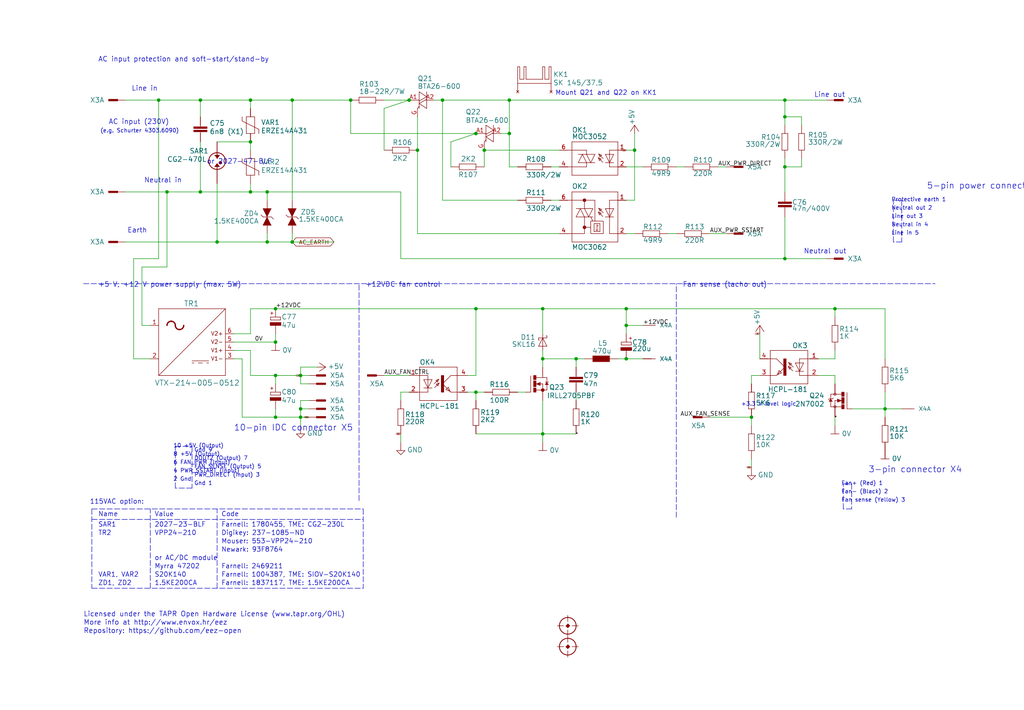
<source format=kicad_sch>
(kicad_sch (version 20210406) (generator eeschema)
  (paper "User" 311.506 216.078)
  (title_block (title "EEZ PSU consolidated") (rev "r5B13a") (comment 3 "+5V/+12V 5W power supply, fan control") (comment 4 "AC input protection, in-rush current limiter"))
  (junction (at 48.26 30.48) (diameter 0.9144))
  (junction (at 50.8 58.42) (diameter 0.9144))
  (junction (at 60.96 30.48) (diameter 0.9144))
  (junction (at 60.96 58.42) (diameter 0.9144))
  (junction (at 66.04 73.66) (diameter 0.9144))
  (junction (at 76.2 30.48) (diameter 0.9144))
  (junction (at 76.2 43.18) (diameter 0.9144))
  (junction (at 76.2 58.42) (diameter 0.9144))
  (junction (at 81.28 58.42) (diameter 0.9144))
  (junction (at 81.28 73.66) (diameter 0.9144))
  (junction (at 83.82 93.98) (diameter 0.9144))
  (junction (at 83.82 104.14) (diameter 0.9144))
  (junction (at 83.82 114.3) (diameter 0.9144))
  (junction (at 83.82 127) (diameter 0.9144))
  (junction (at 88.9 30.48) (diameter 0.9144))
  (junction (at 88.9 73.66) (diameter 0.9144))
  (junction (at 91.44 114.3) (diameter 0.9144))
  (junction (at 91.44 124.46) (diameter 0.9144))
  (junction (at 91.44 127) (diameter 0.9144))
  (junction (at 106.68 30.48) (diameter 0.9144))
  (junction (at 124.46 30.48) (diameter 0.9144))
  (junction (at 127 45.72) (diameter 0.9144))
  (junction (at 134.62 30.48) (diameter 0.9144))
  (junction (at 144.78 40.64) (diameter 0.9144))
  (junction (at 144.78 93.98) (diameter 0.9144))
  (junction (at 144.78 119.38) (diameter 0.9144))
  (junction (at 147.32 45.72) (diameter 0.9144))
  (junction (at 154.94 30.48) (diameter 0.9144))
  (junction (at 154.94 40.64) (diameter 0.9144))
  (junction (at 165.1 93.98) (diameter 0.9144))
  (junction (at 165.1 109.22) (diameter 0.9144))
  (junction (at 165.1 132.08) (diameter 0.9144))
  (junction (at 175.26 109.22) (diameter 0.9144))
  (junction (at 190.5 93.98) (diameter 0.9144))
  (junction (at 190.5 99.06) (diameter 0.9144))
  (junction (at 190.5 109.22) (diameter 0.9144))
  (junction (at 193.04 45.72) (diameter 0.9144))
  (junction (at 228.6 127) (diameter 0.9144))
  (junction (at 238.76 30.48) (diameter 0.9144))
  (junction (at 238.76 35.56) (diameter 0.9144))
  (junction (at 238.76 50.8) (diameter 0.9144))
  (junction (at 238.76 78.74) (diameter 0.9144))
  (junction (at 254 93.98) (diameter 0.9144))
  (junction (at 269.24 124.46) (diameter 0.9144))
  (wire (pts (xy 38.1 30.48) (xy 48.26 30.48)))
  (wire (pts (xy 38.1 58.42) (xy 50.8 58.42)))
  (wire (pts (xy 38.1 73.66) (xy 66.04 73.66)))
  (wire (pts (xy 40.64 78.74) (xy 48.26 78.74)))
  (wire (pts (xy 40.64 109.22) (xy 40.64 78.74)))
  (wire (pts (xy 43.18 81.28) (xy 50.8 81.28)))
  (wire (pts (xy 43.18 99.06) (xy 43.18 81.28)))
  (wire (pts (xy 45.72 99.06) (xy 43.18 99.06)))
  (wire (pts (xy 45.72 109.22) (xy 40.64 109.22)))
  (wire (pts (xy 48.26 30.48) (xy 60.96 30.48)))
  (wire (pts (xy 48.26 78.74) (xy 48.26 30.48)))
  (wire (pts (xy 50.8 58.42) (xy 60.96 58.42)))
  (wire (pts (xy 50.8 81.28) (xy 50.8 58.42)))
  (wire (pts (xy 60.96 30.48) (xy 76.2 30.48)))
  (wire (pts (xy 60.96 35.56) (xy 60.96 30.48)))
  (wire (pts (xy 60.96 43.18) (xy 60.96 58.42)))
  (wire (pts (xy 60.96 58.42) (xy 76.2 58.42)))
  (wire (pts (xy 66.04 55.88) (xy 66.04 73.66)))
  (wire (pts (xy 66.04 73.66) (xy 81.28 73.66)))
  (wire (pts (xy 71.12 101.6) (xy 76.2 101.6)))
  (wire (pts (xy 71.12 104.14) (xy 83.82 104.14)))
  (wire (pts (xy 71.12 109.22) (xy 73.66 109.22)))
  (wire (pts (xy 73.66 109.22) (xy 73.66 127)))
  (wire (pts (xy 73.66 127) (xy 83.82 127)))
  (wire (pts (xy 76.2 33.02) (xy 76.2 30.48)))
  (wire (pts (xy 76.2 43.18) (xy 66.04 43.18)))
  (wire (pts (xy 76.2 43.18) (xy 76.2 45.72)))
  (wire (pts (xy 76.2 55.88) (xy 76.2 58.42)))
  (wire (pts (xy 76.2 58.42) (xy 81.28 58.42)))
  (wire (pts (xy 76.2 93.98) (xy 83.82 93.98)))
  (wire (pts (xy 76.2 101.6) (xy 76.2 93.98)))
  (wire (pts (xy 76.2 106.68) (xy 71.12 106.68)))
  (wire (pts (xy 76.2 114.3) (xy 76.2 106.68)))
  (wire (pts (xy 81.28 58.42) (xy 121.92 58.42)))
  (wire (pts (xy 81.28 60.96) (xy 81.28 58.42)))
  (wire (pts (xy 81.28 71.12) (xy 81.28 73.66)))
  (wire (pts (xy 81.28 73.66) (xy 88.9 73.66)))
  (wire (pts (xy 83.82 93.98) (xy 144.78 93.98)))
  (wire (pts (xy 83.82 104.14) (xy 83.82 101.6)))
  (wire (pts (xy 83.82 114.3) (xy 76.2 114.3)))
  (wire (pts (xy 83.82 116.84) (xy 83.82 114.3)))
  (wire (pts (xy 83.82 124.46) (xy 83.82 127)))
  (wire (pts (xy 83.82 127) (xy 91.44 127)))
  (wire (pts (xy 88.9 30.48) (xy 76.2 30.48)))
  (wire (pts (xy 88.9 60.96) (xy 88.9 30.48)))
  (wire (pts (xy 88.9 73.66) (xy 88.9 71.12)))
  (wire (pts (xy 88.9 73.66) (xy 101.6 73.66)))
  (wire (pts (xy 91.44 114.3) (xy 83.82 114.3)))
  (wire (pts (xy 91.44 114.3) (xy 91.44 111.76)))
  (wire (pts (xy 91.44 114.3) (xy 93.98 114.3)))
  (wire (pts (xy 91.44 116.84) (xy 91.44 114.3)))
  (wire (pts (xy 91.44 121.92) (xy 91.44 124.46)))
  (wire (pts (xy 91.44 124.46) (xy 91.44 127)))
  (wire (pts (xy 91.44 127) (xy 91.44 129.54)))
  (wire (pts (xy 93.98 116.84) (xy 91.44 116.84)))
  (wire (pts (xy 93.98 121.92) (xy 91.44 121.92)))
  (wire (pts (xy 93.98 124.46) (xy 91.44 124.46)))
  (wire (pts (xy 93.98 127) (xy 91.44 127)))
  (wire (pts (xy 96.52 111.76) (xy 91.44 111.76)))
  (wire (pts (xy 106.68 30.48) (xy 88.9 30.48)))
  (wire (pts (xy 106.68 40.64) (xy 106.68 30.48)))
  (wire (pts (xy 106.68 40.64) (xy 144.78 40.64)))
  (wire (pts (xy 116.84 30.48) (xy 124.46 30.48)))
  (wire (pts (xy 116.84 33.02) (xy 124.46 30.48)))
  (wire (pts (xy 116.84 45.72) (xy 116.84 33.02)))
  (wire (pts (xy 116.84 114.3) (xy 124.46 114.3)))
  (wire (pts (xy 121.92 78.74) (xy 121.92 58.42)))
  (wire (pts (xy 121.92 119.38) (xy 121.92 121.92)))
  (wire (pts (xy 121.92 132.08) (xy 121.92 134.62)))
  (wire (pts (xy 124.46 119.38) (xy 121.92 119.38)))
  (wire (pts (xy 127 45.72) (xy 127 35.56)))
  (wire (pts (xy 127 71.12) (xy 127 45.72)))
  (wire (pts (xy 132.08 30.48) (xy 134.62 30.48)))
  (wire (pts (xy 134.62 30.48) (xy 154.94 30.48)))
  (wire (pts (xy 134.62 60.96) (xy 134.62 30.48)))
  (wire (pts (xy 137.16 43.18) (xy 144.78 40.64)))
  (wire (pts (xy 137.16 50.8) (xy 137.16 43.18)))
  (wire (pts (xy 142.24 114.3) (xy 144.78 114.3)))
  (wire (pts (xy 144.78 114.3) (xy 144.78 93.98)))
  (wire (pts (xy 144.78 119.38) (xy 142.24 119.38)))
  (wire (pts (xy 144.78 119.38) (xy 144.78 121.92)))
  (wire (pts (xy 144.78 119.38) (xy 147.32 119.38)))
  (wire (pts (xy 147.32 50.8) (xy 147.32 45.72)))
  (wire (pts (xy 152.4 40.64) (xy 154.94 40.64)))
  (wire (pts (xy 154.94 30.48) (xy 154.94 40.64)))
  (wire (pts (xy 154.94 30.48) (xy 238.76 30.48)))
  (wire (pts (xy 154.94 40.64) (xy 154.94 50.8)))
  (wire (pts (xy 157.48 50.8) (xy 154.94 50.8)))
  (wire (pts (xy 157.48 60.96) (xy 134.62 60.96)))
  (wire (pts (xy 157.48 119.38) (xy 160.02 119.38)))
  (wire (pts (xy 165.1 93.98) (xy 144.78 93.98)))
  (wire (pts (xy 165.1 93.98) (xy 190.5 93.98)))
  (wire (pts (xy 165.1 101.6) (xy 165.1 93.98)))
  (wire (pts (xy 165.1 109.22) (xy 165.1 106.68)))
  (wire (pts (xy 165.1 111.76) (xy 165.1 109.22)))
  (wire (pts (xy 165.1 121.92) (xy 165.1 132.08)))
  (wire (pts (xy 165.1 132.08) (xy 144.78 132.08)))
  (wire (pts (xy 165.1 132.08) (xy 165.1 134.62)))
  (wire (pts (xy 170.18 45.72) (xy 147.32 45.72)))
  (wire (pts (xy 170.18 50.8) (xy 167.64 50.8)))
  (wire (pts (xy 170.18 60.96) (xy 167.64 60.96)))
  (wire (pts (xy 170.18 71.12) (xy 127 71.12)))
  (wire (pts (xy 175.26 109.22) (xy 165.1 109.22)))
  (wire (pts (xy 175.26 111.76) (xy 175.26 109.22)))
  (wire (pts (xy 175.26 121.92) (xy 175.26 119.38)))
  (wire (pts (xy 175.26 132.08) (xy 165.1 132.08)))
  (wire (pts (xy 177.8 109.22) (xy 175.26 109.22)))
  (wire (pts (xy 190.5 45.72) (xy 193.04 45.72)))
  (wire (pts (xy 190.5 93.98) (xy 254 93.98)))
  (wire (pts (xy 190.5 99.06) (xy 190.5 93.98)))
  (wire (pts (xy 190.5 101.6) (xy 190.5 99.06)))
  (wire (pts (xy 190.5 109.22) (xy 187.96 109.22)))
  (wire (pts (xy 193.04 40.64) (xy 193.04 45.72)))
  (wire (pts (xy 193.04 45.72) (xy 193.04 60.96)))
  (wire (pts (xy 193.04 60.96) (xy 190.5 60.96)))
  (wire (pts (xy 193.04 71.12) (xy 190.5 71.12)))
  (wire (pts (xy 195.58 50.8) (xy 190.5 50.8)))
  (wire (pts (xy 195.58 99.06) (xy 190.5 99.06)))
  (wire (pts (xy 195.58 109.22) (xy 190.5 109.22)))
  (wire (pts (xy 205.74 71.12) (xy 203.2 71.12)))
  (wire (pts (xy 208.28 50.8) (xy 205.74 50.8)))
  (wire (pts (xy 215.9 71.12) (xy 220.98 71.12)))
  (wire (pts (xy 218.44 50.8) (xy 220.98 50.8)))
  (wire (pts (xy 228.6 114.3) (xy 228.6 116.84)))
  (wire (pts (xy 228.6 127) (xy 215.9 127)))
  (wire (pts (xy 228.6 129.54) (xy 228.6 127)))
  (wire (pts (xy 228.6 142.24) (xy 228.6 139.7)))
  (wire (pts (xy 231.14 101.6) (xy 231.14 109.22)))
  (wire (pts (xy 231.14 114.3) (xy 228.6 114.3)))
  (wire (pts (xy 238.76 30.48) (xy 251.46 30.48)))
  (wire (pts (xy 238.76 35.56) (xy 238.76 30.48)))
  (wire (pts (xy 238.76 35.56) (xy 243.84 35.56)))
  (wire (pts (xy 238.76 38.1) (xy 238.76 35.56)))
  (wire (pts (xy 238.76 50.8) (xy 238.76 48.26)))
  (wire (pts (xy 238.76 50.8) (xy 243.84 50.8)))
  (wire (pts (xy 238.76 58.42) (xy 238.76 50.8)))
  (wire (pts (xy 238.76 66.04) (xy 238.76 78.74)))
  (wire (pts (xy 238.76 78.74) (xy 121.92 78.74)))
  (wire (pts (xy 243.84 35.56) (xy 243.84 38.1)))
  (wire (pts (xy 243.84 50.8) (xy 243.84 48.26)))
  (wire (pts (xy 248.92 114.3) (xy 254 114.3)))
  (wire (pts (xy 251.46 78.74) (xy 238.76 78.74)))
  (wire (pts (xy 254 96.52) (xy 254 93.98)))
  (wire (pts (xy 254 106.68) (xy 254 109.22)))
  (wire (pts (xy 254 109.22) (xy 248.92 109.22)))
  (wire (pts (xy 254 114.3) (xy 254 116.84)))
  (wire (pts (xy 254 127) (xy 254 129.54)))
  (wire (pts (xy 259.08 124.46) (xy 269.24 124.46)))
  (wire (pts (xy 269.24 93.98) (xy 254 93.98)))
  (wire (pts (xy 269.24 109.22) (xy 269.24 93.98)))
  (wire (pts (xy 269.24 124.46) (xy 269.24 119.38)))
  (wire (pts (xy 269.24 127) (xy 269.24 124.46)))
  (wire (pts (xy 274.32 124.46) (xy 269.24 124.46)))
  (polyline (pts (xy 25.4 86.36) (xy 284.48 86.36)) (stroke (width 0) (type dash)))
  (polyline (pts (xy 27.94 154.94) (xy 27.94 179.07)) (stroke (width 0) (type dash)))
  (polyline (pts (xy 27.94 154.94) (xy 110.49 154.94)) (stroke (width 0) (type dash)))
  (polyline (pts (xy 27.94 158.115) (xy 110.49 158.115)) (stroke (width 0) (type dash)))
  (polyline (pts (xy 27.94 179.07) (xy 110.49 179.07)) (stroke (width 0) (type dash)))
  (polyline (pts (xy 45.72 179.07) (xy 45.72 154.94)) (stroke (width 0) (type dash)))
  (polyline (pts (xy 53.34 135.89) (xy 58.42 135.89)) (stroke (width 0) (type dash)))
  (polyline (pts (xy 53.34 148.59) (xy 53.34 135.89)) (stroke (width 0) (type dash)))
  (polyline (pts (xy 58.42 135.89) (xy 58.42 148.59)) (stroke (width 0) (type dash)))
  (polyline (pts (xy 58.42 148.59) (xy 53.34 148.59)) (stroke (width 0) (type dash)))
  (polyline (pts (xy 66.04 179.07) (xy 66.04 154.94)) (stroke (width 0) (type dash)))
  (polyline (pts (xy 109.22 152.4) (xy 109.22 86.36)) (stroke (width 0) (type dash)))
  (polyline (pts (xy 110.49 154.94) (xy 110.49 179.07)) (stroke (width 0) (type dash)))
  (polyline (pts (xy 205.74 157.48) (xy 205.74 86.36)) (stroke (width 0) (type dash)))
  (polyline (pts (xy 256.54 147.32) (xy 259.08 147.32)) (stroke (width 0) (type dash)))
  (polyline (pts (xy 256.54 154.94) (xy 256.54 147.32)) (stroke (width 0) (type dash)))
  (polyline (pts (xy 259.08 147.32) (xy 259.08 154.94)) (stroke (width 0) (type dash)))
  (polyline (pts (xy 259.08 154.94) (xy 256.54 154.94)) (stroke (width 0) (type dash)))
  (polyline (pts (xy 271.78 60.96) (xy 274.32 60.96)) (stroke (width 0) (type dash)))
  (polyline (pts (xy 271.78 73.66) (xy 271.78 60.96)) (stroke (width 0) (type dash)))
  (polyline (pts (xy 274.32 60.96) (xy 274.32 73.66)) (stroke (width 0) (type dash)))
  (polyline (pts (xy 274.32 73.66) (xy 271.78 73.66)) (stroke (width 0) (type dash)))
  (text "Licensed under the TAPR Open Hardware License (www.tapr.org/OHL)" (at 25.4 187.96 0) (effects (font (size 1.4986 1.4986)) (justify left bottom)))
  (text "More info at http://www.envox.hr/eez" (at 25.4 190.5 0) (effects (font (size 1.4986 1.4986)) (justify left bottom)))
  (text "Repository: https://github.com/eez-open" (at 25.4 193.04 0) (effects (font (size 1.4986 1.4986)) (justify left bottom)))
  (text "115VAC option:" (at 27.305 153.67 0) (effects (font (size 1.4224 1.4224)) (justify left bottom)))
  (text "AC input protection and soft-start/stand-by" (at 29.845 19.05 0) (effects (font (size 1.4986 1.4986)) (justify left bottom)))
  (text "+5 V, +12 V power supply (max. 5W)" (at 29.845 87.63 0) (effects (font (size 1.4986 1.4986)) (justify left bottom)))
  (text "Name" (at 29.845 157.48 0) (effects (font (size 1.4224 1.4224)) (justify left bottom)))
  (text "SAR1" (at 29.845 160.655 0) (effects (font (size 1.4224 1.4224)) (justify left bottom)))
  (text "TR2" (at 29.845 163.195 0) (effects (font (size 1.4224 1.4224)) (justify left bottom)))
  (text "VAR1, VAR2" (at 29.845 175.895 0) (effects (font (size 1.4224 1.4224)) (justify left bottom)))
  (text "ZD1, ZD2" (at 29.845 178.435 0) (effects (font (size 1.4224 1.4224)) (justify left bottom)))
  (text "(e.g. Schurter 4303.6090)" (at 30.48 40.64 0) (effects (font (size 1.1938 1.1938)) (justify left bottom)))
  (text "AC input (230V)" (at 33.02 38.1 0) (effects (font (size 1.4986 1.4986)) (justify left bottom)))
  (text "Earth" (at 38.735 71.12 0) (effects (font (size 1.4986 1.4986)) (justify left bottom)))
  (text "Line in" (at 40.005 27.94 0) (effects (font (size 1.4986 1.4986)) (justify left bottom)))
  (text "Neutral in" (at 43.815 55.88 0) (effects (font (size 1.4986 1.4986)) (justify left bottom)))
  (text "Value" (at 46.99 157.48 0) (effects (font (size 1.4224 1.4224)) (justify left bottom)))
  (text "2027-23-BLF" (at 46.99 160.655 0) (effects (font (size 1.4224 1.4224)) (justify left bottom)))
  (text "VPP24-210" (at 46.99 163.195 0) (effects (font (size 1.4224 1.4224)) (justify left bottom)))
  (text "or AC/DC module" (at 46.99 170.815 0) (effects (font (size 1.4224 1.4224)) (justify left bottom)))
  (text "Myrra 47202" (at 46.99 173.355 0) (effects (font (size 1.4224 1.4224)) (justify left bottom)))
  (text "S20K140" (at 46.99 175.895 0) (effects (font (size 1.4224 1.4224)) (justify left bottom)))
  (text "1.5KE200CA" (at 46.99 178.435 0) (effects (font (size 1.4224 1.4224)) (justify left bottom)))
  (text "10 +5V (Output)" (at 52.705 136.525 0) (effects (font (size 1.1938 1.1938)) (justify left bottom)))
  (text "8 +5V (Output)" (at 52.705 139.065 0) (effects (font (size 1.1938 1.1938)) (justify left bottom)))
  (text "6 FAN_PWM (Input)" (at 52.705 141.605 0) (effects (font (size 1.1938 1.1938)) (justify left bottom)))
  (text "4 PWR_SSTART (Input)" (at 52.705 144.145 0) (effects (font (size 1.1938 1.1938)) (justify left bottom)))
  (text "2 Gnd" (at 52.705 146.685 0) (effects (font (size 1.1938 1.1938)) (justify left bottom)))
  (text "Gnd 9" (at 59.055 137.795 0) (effects (font (size 1.1938 1.1938)) (justify left bottom)))
  (text "DOUT2 (Output) 7" (at 59.055 140.335 0) (effects (font (size 1.1938 1.1938)) (justify left bottom)))
  (text "FAN_SENSE (Output) 5" (at 59.055 142.875 0) (effects (font (size 1.1938 1.1938)) (justify left bottom)))
  (text "PWR_DIRECT (Input) 3" (at 59.055 145.415 0) (effects (font (size 1.1938 1.1938)) (justify left bottom)))
  (text "Gnd 1" (at 59.055 147.955 0) (effects (font (size 1.1938 1.1938)) (justify left bottom)))
  (text "or 2027-47-BLF" (at 62.865 50.165 0) (effects (font (size 1.4986 1.4986)) (justify left bottom)))
  (text "Code" (at 67.31 157.48 0) (effects (font (size 1.4224 1.4224)) (justify left bottom)))
  (text "Farnell: 1780455, TME: CG2-230L" (at 67.31 160.655 0) (effects (font (size 1.4224 1.4224)) (justify left bottom)))
  (text "Digikey: 237-1085-ND" (at 67.31 163.195 0) (effects (font (size 1.4224 1.4224)) (justify left bottom)))
  (text "Mouser: 553-VPP24-210" (at 67.31 165.735 0) (effects (font (size 1.4224 1.4224)) (justify left bottom)))
  (text "Newark: 93F8764" (at 67.31 168.275 0) (effects (font (size 1.4224 1.4224)) (justify left bottom)))
  (text "Farnell: 2469211" (at 67.31 173.355 0) (effects (font (size 1.4224 1.4224)) (justify left bottom)))
  (text "Farnell: 1004387, TME: SIOV-S20K140" (at 67.31 175.895 0) (effects (font (size 1.4224 1.4224)) (justify left bottom)))
  (text "Farnell: 1837117, TME: 1.5KE200CA" (at 67.31 178.435 0) (effects (font (size 1.4224 1.4224)) (justify left bottom)))
  (text "10-pin IDC connector X5" (at 71.12 131.445 0) (effects (font (size 1.8542 1.8542)) (justify left bottom)))
  (text "+12VDC fan control" (at 111.125 87.63 0) (effects (font (size 1.4986 1.4986)) (justify left bottom)))
  (text "Mount Q21 and Q22 on KK1" (at 168.91 29.21 0) (effects (font (size 1.4224 1.4224)) (justify left bottom)))
  (text "Fan sense (tacho out)" (at 207.645 87.63 0) (effects (font (size 1.4986 1.4986)) (justify left bottom)))
  (text "+3.3 V level logic" (at 225.425 123.825 0) (effects (font (size 1.1938 1.1938)) (justify left bottom)))
  (text "Neutral out" (at 244.475 77.47 0) (effects (font (size 1.4986 1.4986)) (justify left bottom)))
  (text "Line out" (at 247.65 29.845 0) (effects (font (size 1.4986 1.4986)) (justify left bottom)))
  (text "Fan+ (Red) 1" (at 255.905 147.955 0) (effects (font (size 1.1938 1.1938)) (justify left bottom)))
  (text "Fan- (Black) 2" (at 255.905 150.495 0) (effects (font (size 1.1938 1.1938)) (justify left bottom)))
  (text "Fan sense (Yellow) 3" (at 255.905 153.035 0) (effects (font (size 1.1938 1.1938)) (justify left bottom)))
  (text "3-pin connector X4" (at 264.16 144.145 0) (effects (font (size 1.8542 1.8542)) (justify left bottom)))
  (text "Protective earth 1" (at 271.145 61.595 0) (effects (font (size 1.1938 1.1938)) (justify left bottom)))
  (text "Neutral out 2" (at 271.145 64.135 0) (effects (font (size 1.1938 1.1938)) (justify left bottom)))
  (text "Line out 3" (at 271.145 66.675 0) (effects (font (size 1.1938 1.1938)) (justify left bottom)))
  (text "Neutral in 4" (at 271.145 69.215 0) (effects (font (size 1.1938 1.1938)) (justify left bottom)))
  (text "Line in 5" (at 271.145 71.755 0) (effects (font (size 1.1938 1.1938)) (justify left bottom)))
  (text "5-pin power connector X3" (at 281.94 57.785 0) (effects (font (size 1.8542 1.8542)) (justify left bottom)))
  (label "0V" (at 77.47 104.14 0))
  (label "+12VDC" (at 83.82 93.98 0))
  (label "AUX_FAN_CTRL" (at 116.84 114.3 0))
  (label "0V" (at 175.26 132.08 0) (effects (font (size 0.254 0.254))))
  (label "+12VDC" (at 195.58 99.06 0))
  (label "AUX_PWR_SSTART" (at 215.9 71.12 0))
  (label "AUX_PWR_DIRECT" (at 218.44 50.8 0))
  (label "AUX_FAN_SENSE" (at 222.25 127 180))
  (label "0V" (at 254 127 0) (effects (font (size 0.254 0.254))))
  (global_label "+5V" (shape bidirectional) (at 91.44 114.3 180) (effects (font (size 0.254 0.254))) (property "Intersheet References" "${INTERSHEET_REFS}" (effects hide)))
  (global_label "GND" (shape bidirectional) (at 93.98 127 180) (effects (font (size 0.254 0.254))) (property "Intersheet References" "${INTERSHEET_REFS}" (effects hide)))
  (global_label "AC_EARTH" (shape bidirectional) (at 101.6 73.66 180) (property "Intersheet References" "${INTERSHEET_REFS}" (effects hide)))
  (global_label "GND" (shape bidirectional) (at 121.92 132.08 180) (effects (font (size 0.254 0.254))) (property "Intersheet References" "${INTERSHEET_REFS}" (effects hide)))
  (global_label "+5V" (shape bidirectional) (at 190.5 45.72 180) (effects (font (size 0.254 0.254))) (property "Intersheet References" "${INTERSHEET_REFS}" (effects hide)))
  (global_label "GND" (shape bidirectional) (at 228.6 142.24 180) (effects (font (size 0.254 0.254))) (property "Intersheet References" "${INTERSHEET_REFS}" (effects hide)))
  (global_label "+5V" (shape bidirectional) (at 231.14 101.6 180) (effects (font (size 0.254 0.254))) (property "Intersheet References" "${INTERSHEET_REFS}" (effects hide)))
  (symbol (lib_id "EEZ_PSU_consolidated_r5B13a-eagle-import:DINA4_L") (at 22.86 195.58 0)
    (property "Reference" "#FRAME3" (effects hide))
    (property "Value" "DINA4_L" (effects hide))
  )
  (symbol (lib_id "EEZ_PSU_consolidated_r5B13a-eagle-import:22-23-2031") (at 198.12 99.06 0) (mirror x)
    (property "Reference" "X4" (at 200.66 98.298 0) (effects (font (size 1.2954 1.2954)) (justify left bottom)))
    (property "Value" "22-23-2031" (effects hide))
    (property "Footprint" "EEZ PSU consolidated r5B13a:22-23-2031" (effects hide))
  )
  (symbol (lib_id "EEZ_PSU_consolidated_r5B13a-eagle-import:22-23-2031") (at 198.12 109.22 0)
    (property "Reference" "X4" (at 200.66 109.982 0) (effects (font (size 1.2954 1.2954)) (justify left bottom)))
    (property "Value" "22-23-2031" (effects hide))
    (property "Footprint" "EEZ PSU consolidated r5B13a:22-23-2031" (effects hide))
  )
  (symbol (lib_id "EEZ_PSU_consolidated_r5B13a-eagle-import:22-23-2031") (at 276.86 124.46 0) (mirror x)
    (property "Reference" "X4" (at 279.4 123.698 0) (effects (font (size 1.2954 1.2954)) (justify left bottom)))
    (property "Value" "22-23-2031" (effects hide))
    (property "Footprint" "EEZ PSU consolidated r5B13a:22-23-2031" (effects hide))
  )
  (symbol (lib_id "EEZ_PSU_consolidated_r5B13a-eagle-import:MINIFIT_6659-5") (at 38.1 30.48 0)
    (property "Reference" "X3" (at 31.75 29.591 0) (effects (font (size 1.4986 1.4986)) (justify right top)))
    (property "Value" "39303055" (effects hide))
    (property "Footprint" "EEZ PSU consolidated r5B13a:MINIFIT_6659-5" (effects hide))
  )
  (symbol (lib_id "EEZ_PSU_consolidated_r5B13a-eagle-import:MINIFIT_6659-5") (at 38.1 58.42 0)
    (property "Reference" "X3" (at 31.75 57.531 0) (effects (font (size 1.4986 1.4986)) (justify right top)))
    (property "Value" "39303055" (effects hide))
    (property "Footprint" "EEZ PSU consolidated r5B13a:MINIFIT_6659-5" (effects hide))
  )
  (symbol (lib_id "EEZ_PSU_consolidated_r5B13a-eagle-import:MINIFIT_6659-5") (at 38.1 73.66 0)
    (property "Reference" "X3" (at 31.75 72.771 0) (effects (font (size 1.4986 1.4986)) (justify right top)))
    (property "Value" "39303055" (effects hide))
    (property "Footprint" "EEZ PSU consolidated r5B13a:MINIFIT_6659-5" (effects hide))
  )
  (symbol (lib_id "EEZ_PSU_consolidated_r5B13a-eagle-import:IDC-10PINBLACK") (at 93.98 114.3 0) (mirror y)
    (property "Reference" "X5" (at 100.33 113.411 0) (effects (font (size 1.4986 1.4986)) (justify right top)))
    (property "Value" "09185067324" (effects hide))
    (property "Footprint" "EEZ PSU consolidated r5B13a:IDC-10PIN" (effects hide))
  )
  (symbol (lib_id "EEZ_PSU_consolidated_r5B13a-eagle-import:IDC-10PINBLACK") (at 93.98 116.84 0) (mirror y)
    (property "Reference" "X5" (at 100.33 115.951 0) (effects (font (size 1.4986 1.4986)) (justify right top)))
    (property "Value" "09185067324" (effects hide))
    (property "Footprint" "EEZ PSU consolidated r5B13a:IDC-10PIN" (effects hide))
  )
  (symbol (lib_id "EEZ_PSU_consolidated_r5B13a-eagle-import:IDC-10PINBLACK") (at 93.98 121.92 180)
    (property "Reference" "X5" (at 100.33 122.809 0) (effects (font (size 1.4986 1.4986)) (justify right top)))
    (property "Value" "09185067324" (effects hide))
    (property "Footprint" "EEZ PSU consolidated r5B13a:IDC-10PIN" (effects hide))
  )
  (symbol (lib_id "EEZ_PSU_consolidated_r5B13a-eagle-import:IDC-10PINBLACK") (at 93.98 124.46 180)
    (property "Reference" "X5" (at 100.33 125.349 0) (effects (font (size 1.4986 1.4986)) (justify right top)))
    (property "Value" "09185067324" (effects hide))
    (property "Footprint" "EEZ PSU consolidated r5B13a:IDC-10PIN" (effects hide))
  )
  (symbol (lib_id "EEZ_PSU_consolidated_r5B13a-eagle-import:IDC-10PINBLACK") (at 93.98 127 0) (mirror y)
    (property "Reference" "X5" (at 100.33 126.111 0) (effects (font (size 1.4986 1.4986)) (justify right top)))
    (property "Value" "09185067324" (effects hide))
    (property "Footprint" "EEZ PSU consolidated r5B13a:IDC-10PIN" (effects hide))
  )
  (symbol (lib_id "EEZ_PSU_consolidated_r5B13a-eagle-import:IDC-10PINBLACK") (at 116.84 114.3 0)
    (property "Reference" "X5" (at 116.84 115.951 0) (effects (font (size 1.4986 1.4986)) (justify right top)))
    (property "Value" "09185067324" (effects hide))
    (property "Footprint" "EEZ PSU consolidated r5B13a:IDC-10PIN" (effects hide))
  )
  (symbol (lib_id "EEZ_PSU_consolidated_r5B13a-eagle-import:IDC-10PINBLACK") (at 215.9 127 0) (mirror x)
    (property "Reference" "X5" (at 214.63 130.429 0) (effects (font (size 1.4986 1.4986)) (justify right top)))
    (property "Value" "09185067324" (effects hide))
    (property "Footprint" "EEZ PSU consolidated r5B13a:IDC-10PIN" (effects hide))
  )
  (symbol (lib_id "EEZ_PSU_consolidated_r5B13a-eagle-import:IDC-10PINBLACK") (at 220.98 50.8 180)
    (property "Reference" "X5" (at 227.33 51.689 0) (effects (font (size 1.4986 1.4986)) (justify right top)))
    (property "Value" "09185067324" (effects hide))
    (property "Footprint" "EEZ PSU consolidated r5B13a:IDC-10PIN" (effects hide))
  )
  (symbol (lib_id "EEZ_PSU_consolidated_r5B13a-eagle-import:IDC-10PINBLACK") (at 220.98 71.12 180)
    (property "Reference" "X5" (at 227.33 72.009 0) (effects (font (size 1.4986 1.4986)) (justify right top)))
    (property "Value" "09185067324" (effects hide))
    (property "Footprint" "EEZ PSU consolidated r5B13a:IDC-10PIN" (effects hide))
  )
  (symbol (lib_id "EEZ_PSU_consolidated_r5B13a-eagle-import:MINIFIT_6659-5") (at 251.46 30.48 180)
    (property "Reference" "X3" (at 257.81 31.369 0) (effects (font (size 1.4986 1.4986)) (justify right top)))
    (property "Value" "39303055" (effects hide))
    (property "Footprint" "EEZ PSU consolidated r5B13a:MINIFIT_6659-5" (effects hide))
  )
  (symbol (lib_id "EEZ_PSU_consolidated_r5B13a-eagle-import:MINIFIT_6659-5") (at 251.46 78.74 180)
    (property "Reference" "X3" (at 257.81 79.629 0) (effects (font (size 1.4986 1.4986)) (justify right top)))
    (property "Value" "39303055" (effects hide))
    (property "Footprint" "EEZ PSU consolidated r5B13a:MINIFIT_6659-5" (effects hide))
  )
  (symbol (lib_id "EEZ_PSU_consolidated_r5B13a-eagle-import:0V") (at 83.82 106.68 0)
    (property "Reference" "#12V_RET0101" (effects hide))
    (property "Value" "0V" (at 85.852 107.442 0) (effects (font (size 1.4986 1.4986)) (justify left bottom)))
  )
  (symbol (lib_id "EEZ_PSU_consolidated_r5B13a-eagle-import:+5V") (at 99.06 111.76 270)
    (property "Reference" "#P+011" (effects hide))
    (property "Value" "+5V" (at 99.695 112.395 90) (effects (font (size 1.4986 1.4986)) (justify left bottom)))
  )
  (symbol (lib_id "EEZ_PSU_consolidated_r5B13a-eagle-import:0V") (at 165.1 137.16 0)
    (property "Reference" "#SUPPLY0122" (effects hide))
    (property "Value" "0V" (at 167.132 137.922 0) (effects (font (size 1.4986 1.4986)) (justify left bottom)))
  )
  (symbol (lib_id "EEZ_PSU_consolidated_r5B13a-eagle-import:+5V") (at 193.04 38.1 0)
    (property "Reference" "#P+016" (effects hide))
    (property "Value" "+5V" (at 193.04 38.1 90) (effects (font (size 1.4986 1.4986)) (justify left bottom)))
  )
  (symbol (lib_id "EEZ_PSU_consolidated_r5B13a-eagle-import:+5V") (at 231.14 99.06 0)
    (property "Reference" "#P+017" (effects hide))
    (property "Value" "+5V" (at 231.14 99.06 90) (effects (font (size 1.4986 1.4986)) (justify left bottom)))
  )
  (symbol (lib_id "EEZ_PSU_consolidated_r5B13a-eagle-import:0V") (at 254 132.08 0)
    (property "Reference" "#SUPPLY0124" (effects hide))
    (property "Value" "0V" (at 256.032 132.842 0) (effects (font (size 1.4986 1.4986)) (justify left bottom)))
  )
  (symbol (lib_id "EEZ_PSU_consolidated_r5B13a-eagle-import:0V") (at 269.24 139.7 0)
    (property "Reference" "#SUPPLY0125" (effects hide))
    (property "Value" "0V" (at 271.272 140.462 0) (effects (font (size 1.4986 1.4986)) (justify left bottom)))
  )
  (symbol (lib_id "EEZ_PSU_consolidated_r5B13a-eagle-import:GND") (at 91.44 132.08 0)
    (property "Reference" "#SUPPLY041" (effects hide))
    (property "Value" "GND" (at 93.345 132.715 0) (effects (font (size 1.4986 1.4986)) (justify left bottom)))
  )
  (symbol (lib_id "EEZ_PSU_consolidated_r5B13a-eagle-import:GND") (at 121.92 137.16 0)
    (property "Reference" "#SUPPLY051" (effects hide))
    (property "Value" "GND" (at 123.825 137.795 0) (effects (font (size 1.4986 1.4986)) (justify left bottom)))
  )
  (symbol (lib_id "EEZ_PSU_consolidated_r5B13a-eagle-import:GND") (at 228.6 144.78 0)
    (property "Reference" "#SUPPLY045" (effects hide))
    (property "Value" "GND" (at 230.505 145.415 0) (effects (font (size 1.4986 1.4986)) (justify left bottom)))
  )
  (symbol (lib_id "EEZ_PSU_consolidated_r5B13a-eagle-import:SCHOTTKYSOD123") (at 165.1 104.14 270) (mirror x)
    (property "Reference" "D11" (at 162.941 103.505 90) (effects (font (size 1.4986 1.4986)) (justify right top)))
    (property "Value" "SKL16" (at 162.941 105.664 90) (effects (font (size 1.4986 1.4986)) (justify right top)))
    (property "Footprint" "EEZ PSU consolidated r5B13a:SOD123" (effects hide))
  )
  (symbol (lib_id "EEZ_PSU_consolidated_r5B13a-eagle-import:R_EU7W") (at 111.76 30.48 0)
    (property "Reference" "R103" (at 109.22 26.4414 0) (effects (font (size 1.4986 1.4986)) (justify left bottom)))
    (property "Value" "18-22R/7W" (at 109.22 28.702 0) (effects (font (size 1.4986 1.4986)) (justify left bottom)))
    (property "Footprint" "EEZ PSU consolidated r5B13a:R_0913" (effects hide))
  )
  (symbol (lib_id "EEZ_PSU_consolidated_r5B13a-eagle-import:R-EU_R0805") (at 121.92 45.72 0)
    (property "Reference" "R106" (at 119.38 44.2214 0) (effects (font (size 1.4986 1.4986)) (justify left bottom)))
    (property "Value" "2K2" (at 119.38 49.022 0) (effects (font (size 1.4986 1.4986)) (justify left bottom)))
    (property "Footprint" "EEZ PSU consolidated r5B13a:R0805" (effects hide))
  )
  (symbol (lib_id "EEZ_PSU_consolidated_r5B13a-eagle-import:R-EU_R0805") (at 121.92 127 90) (mirror x)
    (property "Reference" "R118" (at 123.19 125.3236 90) (effects (font (size 1.4986 1.4986)) (justify right top)))
    (property "Value" "220R" (at 123.19 127.508 90) (effects (font (size 1.4986 1.4986)) (justify right top)))
    (property "Footprint" "EEZ PSU consolidated r5B13a:R0805" (effects hide))
  )
  (symbol (lib_id "EEZ_PSU_consolidated_r5B13a-eagle-import:R-EU_R0805") (at 142.24 50.8 180)
    (property "Reference" "R107" (at 145.415 52.2986 0) (effects (font (size 1.4986 1.4986)) (justify left bottom)))
    (property "Value" "2K2" (at 144.78 47.498 0) (effects (font (size 1.4986 1.4986)) (justify left bottom)))
    (property "Footprint" "EEZ PSU consolidated r5B13a:R0805" (effects hide))
  )
  (symbol (lib_id "EEZ_PSU_consolidated_r5B13a-eagle-import:R-EU_R0805") (at 144.78 127 270) (mirror x)
    (property "Reference" "R119" (at 146.05 124.6886 90) (effects (font (size 1.4986 1.4986)) (justify left bottom)))
    (property "Value" "2K2" (at 146.05 126.873 90) (effects (font (size 1.4986 1.4986)) (justify left bottom)))
    (property "Footprint" "EEZ PSU consolidated r5B13a:R0805" (effects hide))
  )
  (symbol (lib_id "EEZ_PSU_consolidated_r5B13a-eagle-import:R-EU_R0805") (at 152.4 119.38 0) (mirror y)
    (property "Reference" "R116" (at 154.94 117.8814 0) (effects (font (size 1.4986 1.4986)) (justify left bottom)))
    (property "Value" "100R" (at 154.94 122.682 0) (effects (font (size 1.4986 1.4986)) (justify left bottom)))
    (property "Footprint" "EEZ PSU consolidated r5B13a:R0805" (effects hide))
  )
  (symbol (lib_id "EEZ_PSU_consolidated_r5B13a-eagle-import:R-EU_R2512") (at 162.56 50.8 180)
    (property "Reference" "R108" (at 160.02 49.3014 0) (effects (font (size 1.4986 1.4986)) (justify right top)))
    (property "Value" "330R/2W" (at 160.02 54.102 0) (effects (font (size 1.4986 1.4986)) (justify right top)))
    (property "Footprint" "EEZ PSU consolidated r5B13a:R2512" (effects hide))
  )
  (symbol (lib_id "EEZ_PSU_consolidated_r5B13a-eagle-import:R-EU_R2512") (at 162.56 60.96 180)
    (property "Reference" "R111" (at 160.02 59.4614 0) (effects (font (size 1.4986 1.4986)) (justify right top)))
    (property "Value" "330R/2W" (at 160.02 64.262 0) (effects (font (size 1.4986 1.4986)) (justify right top)))
    (property "Footprint" "EEZ PSU consolidated r5B13a:R2512" (effects hide))
  )
  (symbol (lib_id "EEZ_PSU_consolidated_r5B13a-eagle-import:R-EU_R0805") (at 175.26 127 270) (mirror x)
    (property "Reference" "R120" (at 176.53 125.3236 90) (effects (font (size 1.4986 1.4986)) (justify left bottom)))
    (property "Value" "1K" (at 176.53 127.508 90) (effects (font (size 1.4986 1.4986)) (justify left bottom)))
    (property "Footprint" "EEZ PSU consolidated r5B13a:R0805" (effects hide))
  )
  (symbol (lib_id "EEZ_PSU_consolidated_r5B13a-eagle-import:DE0704") (at 182.88 109.22 0) (mirror y)
    (property "Reference" "L5" (at 184.785 105.3084 0) (effects (font (size 1.4986 1.4986)) (justify left bottom)))
    (property "Value" "470u" (at 186.055 107.696 0) (effects (font (size 1.4986 1.4986)) (justify left bottom)))
    (property "Footprint" "EEZ PSU consolidated r5B13a:DE0704" (effects hide))
  )
  (symbol (lib_id "EEZ_PSU_consolidated_r5B13a-eagle-import:R-EU_R0805") (at 198.12 71.12 0) (mirror x)
    (property "Reference" "R112" (at 195.58 68.1736 0) (effects (font (size 1.4986 1.4986)) (justify left bottom)))
    (property "Value" "49R9" (at 195.58 72.263 0) (effects (font (size 1.4986 1.4986)) (justify left bottom)))
    (property "Footprint" "EEZ PSU consolidated r5B13a:R0805" (effects hide))
  )
  (symbol (lib_id "EEZ_PSU_consolidated_r5B13a-eagle-import:R-EU_R0805") (at 200.66 50.8 0) (mirror x)
    (property "Reference" "R109" (at 198.12 47.8536 0) (effects (font (size 1.4986 1.4986)) (justify left bottom)))
    (property "Value" "49R9" (at 198.12 51.943 0) (effects (font (size 1.4986 1.4986)) (justify left bottom)))
    (property "Footprint" "EEZ PSU consolidated r5B13a:R0805" (effects hide))
  )
  (symbol (lib_id "EEZ_PSU_consolidated_r5B13a-eagle-import:R-EU_R0805") (at 210.82 71.12 0) (mirror x)
    (property "Reference" "R113" (at 208.28 68.1736 0) (effects (font (size 1.4986 1.4986)) (justify left bottom)))
    (property "Value" "220R" (at 208.28 72.263 0) (effects (font (size 1.4986 1.4986)) (justify left bottom)))
    (property "Footprint" "EEZ PSU consolidated r5B13a:R0805" (effects hide))
  )
  (symbol (lib_id "EEZ_PSU_consolidated_r5B13a-eagle-import:R-EU_R0805") (at 213.36 50.8 0) (mirror x)
    (property "Reference" "R110" (at 210.82 47.8536 0) (effects (font (size 1.4986 1.4986)) (justify left bottom)))
    (property "Value" "220R" (at 210.82 51.943 0) (effects (font (size 1.4986 1.4986)) (justify left bottom)))
    (property "Footprint" "EEZ PSU consolidated r5B13a:R0805" (effects hide))
  )
  (symbol (lib_id "EEZ_PSU_consolidated_r5B13a-eagle-import:R-EU_R0805") (at 228.6 121.92 90) (mirror x)
    (property "Reference" "R117" (at 229.87 119.6086 90) (effects (font (size 1.4986 1.4986)) (justify right top)))
    (property "Value" "5K6" (at 229.87 121.793 90) (effects (font (size 1.4986 1.4986)) (justify right top)))
    (property "Footprint" "EEZ PSU consolidated r5B13a:R0805" (effects hide))
  )
  (symbol (lib_id "EEZ_PSU_consolidated_r5B13a-eagle-import:R-EU_R0805") (at 228.6 134.62 90) (mirror x)
    (property "Reference" "R122" (at 229.87 132.3086 90) (effects (font (size 1.4986 1.4986)) (justify right top)))
    (property "Value" "10K" (at 229.87 134.493 90) (effects (font (size 1.4986 1.4986)) (justify right top)))
    (property "Footprint" "EEZ PSU consolidated r5B13a:R0805" (effects hide))
  )
  (symbol (lib_id "EEZ_PSU_consolidated_r5B13a-eagle-import:R-EU_R2512") (at 238.76 43.18 90) (mirror x)
    (property "Reference" "R104" (at 237.49 40.8686 90) (effects (font (size 1.4986 1.4986)) (justify left top)))
    (property "Value" "330R/2W" (at 237.49 43.053 90) (effects (font (size 1.4986 1.4986)) (justify left top)))
    (property "Footprint" "EEZ PSU consolidated r5B13a:R2512" (effects hide))
  )
  (symbol (lib_id "EEZ_PSU_consolidated_r5B13a-eagle-import:R-EU_R2512") (at 243.84 43.18 90) (mirror x)
    (property "Reference" "R105" (at 245.745 40.2336 90) (effects (font (size 1.4986 1.4986)) (justify right top)))
    (property "Value" "330R/2W" (at 245.745 42.418 90) (effects (font (size 1.4986 1.4986)) (justify right top)))
    (property "Footprint" "EEZ PSU consolidated r5B13a:R2512" (effects hide))
  )
  (symbol (lib_id "EEZ_PSU_consolidated_r5B13a-eagle-import:R-EU_R0805") (at 254 101.6 90) (mirror x)
    (property "Reference" "R114" (at 255.27 99.2886 90) (effects (font (size 1.4986 1.4986)) (justify right top)))
    (property "Value" "1K" (at 255.27 101.473 90) (effects (font (size 1.4986 1.4986)) (justify right top)))
    (property "Footprint" "EEZ PSU consolidated r5B13a:R0805" (effects hide))
  )
  (symbol (lib_id "EEZ_PSU_consolidated_r5B13a-eagle-import:R-EU_R0805") (at 269.24 114.3 90) (mirror x)
    (property "Reference" "R115" (at 270.51 111.9886 90) (effects (font (size 1.4986 1.4986)) (justify right top)))
    (property "Value" "5K6" (at 270.51 114.173 90) (effects (font (size 1.4986 1.4986)) (justify right top)))
    (property "Footprint" "EEZ PSU consolidated r5B13a:R0805" (effects hide))
  )
  (symbol (lib_id "EEZ_PSU_consolidated_r5B13a-eagle-import:R-EU_R0805") (at 269.24 132.08 90) (mirror x)
    (property "Reference" "R121" (at 270.51 129.7686 90) (effects (font (size 1.4986 1.4986)) (justify right top)))
    (property "Value" "10K" (at 270.51 131.953 90) (effects (font (size 1.4986 1.4986)) (justify right top)))
    (property "Footprint" "EEZ PSU consolidated r5B13a:R0805" (effects hide))
  )
  (symbol (lib_id "EEZ_PSU_consolidated_r5B13a-eagle-import:ECAPPANASONIC_H") (at 83.82 96.52 0)
    (property "Reference" "C77" (at 85.598 97.3074 0) (effects (font (size 1.4986 1.4986)) (justify left bottom)))
    (property "Value" "47u" (at 85.598 99.8474 0) (effects (font (size 1.4986 1.4986)) (justify left bottom)))
    (property "Footprint" "EEZ PSU consolidated r5B13a:CAPAE660X610N" (effects hide))
  )
  (symbol (lib_id "EEZ_PSU_consolidated_r5B13a-eagle-import:ECAPPANASONIC_H") (at 83.82 119.38 0)
    (property "Reference" "C80" (at 85.598 120.1674 0) (effects (font (size 1.4986 1.4986)) (justify left bottom)))
    (property "Value" "47u" (at 85.598 122.7074 0) (effects (font (size 1.4986 1.4986)) (justify left bottom)))
    (property "Footprint" "EEZ PSU consolidated r5B13a:CAPAE660X610N" (effects hide))
  )
  (symbol (lib_id "EEZ_PSU_consolidated_r5B13a-eagle-import:ECAPPANASONIC_H") (at 190.5 104.14 0) (mirror y)
    (property "Reference" "C78" (at 192.278 103.3526 0) (effects (font (size 1.4986 1.4986)) (justify right top)))
    (property "Value" "220u" (at 192.278 105.2576 0) (effects (font (size 1.4986 1.4986)) (justify right top)))
    (property "Footprint" "EEZ PSU consolidated r5B13a:CAPAE660X610N" (effects hide))
  )
  (symbol (lib_id "EEZ_PSU_consolidated_r5B13a-eagle-import:C-EU102-064X133") (at 60.96 38.1 0)
    (property "Reference" "C75" (at 63.754 38.354 0) (effects (font (size 1.4986 1.4986)) (justify left bottom)))
    (property "Value" "6n8 (X1)" (at 63.754 40.894 0) (effects (font (size 1.4986 1.4986)) (justify left bottom)))
    (property "Footprint" "EEZ PSU consolidated r5B13a:C102-064X133" (effects hide))
  )
  (symbol (lib_id "EEZ_PSU_consolidated_r5B13a-eagle-import:C-EUC0805") (at 175.26 116.84 0) (mirror x)
    (property "Reference" "C79" (at 177.419 113.411 0) (effects (font (size 1.4986 1.4986)) (justify left bottom)))
    (property "Value" "47n" (at 177.419 115.951 0) (effects (font (size 1.4986 1.4986)) (justify left bottom)))
    (property "Footprint" "EEZ PSU consolidated r5B13a:C0805" (effects hide))
  )
  (symbol (lib_id "EEZ_PSU_consolidated_r5B13a-eagle-import:C-EU075-052X106") (at 238.76 63.5 0) (mirror x)
    (property "Reference" "C76" (at 240.919 60.706 0) (effects (font (size 1.4986 1.4986)) (justify left bottom)))
    (property "Value" "47n/400V" (at 240.919 62.611 0) (effects (font (size 1.4986 1.4986)) (justify left bottom)))
    (property "Footprint" "EEZ PSU consolidated r5B13a:C075-052X106" (effects hide))
  )
  (symbol (lib_id "EEZ_PSU_consolidated_r5B13a-eagle-import:FIDUCIAL_2") (at 172.72 190.5 0)
    (property "Reference" "FM3" (effects hide))
    (property "Value" "FIDUCIAL_2" (effects hide))
    (property "Footprint" "EEZ PSU consolidated r5B13a:FIDUCIAL_DUAL" (effects hide))
  )
  (symbol (lib_id "EEZ_PSU_consolidated_r5B13a-eagle-import:FIDUCIAL_2") (at 172.72 196.85 0)
    (property "Reference" "FM4" (effects hide))
    (property "Value" "FIDUCIAL_2" (effects hide))
    (property "Footprint" "EEZ PSU consolidated r5B13a:FIDUCIAL_DUAL" (effects hide))
  )
  (symbol (lib_id "EEZ_PSU_consolidated_r5B13a-eagle-import:1.5KE-BIDIR") (at 81.28 66.04 90)
    (property "Reference" "ZD4" (at 78.74 64.135 90) (effects (font (size 1.4986 1.4986)) (justify left bottom)))
    (property "Value" "1.5KE400CA" (at 78.74 66.421 90) (effects (font (size 1.4986 1.4986)) (justify left bottom)))
    (property "Footprint" "EEZ PSU consolidated r5B13a:DO201-BIDIR" (effects hide))
  )
  (symbol (lib_id "EEZ_PSU_consolidated_r5B13a-eagle-import:1.5KE-BIDIR") (at 88.9 66.04 90)
    (property "Reference" "ZD5" (at 91.44 65.405 90) (effects (font (size 1.4986 1.4986)) (justify right top)))
    (property "Value" "1.5KE400CA" (at 90.805 67.564 90) (effects (font (size 1.4986 1.4986)) (justify right top)))
    (property "Footprint" "EEZ PSU consolidated r5B13a:DO201-BIDIR" (effects hide))
  )
  (symbol (lib_id "EEZ_PSU_consolidated_r5B13a-eagle-import:VARISTOR") (at 76.2 38.1 90)
    (property "Reference" "VAR1" (at 79.375 38.1 90) (effects (font (size 1.4986 1.4986)) (justify right top)))
    (property "Value" "ERZE14A431" (at 79.375 40.64 90) (effects (font (size 1.4986 1.4986)) (justify right top)))
    (property "Footprint" "EEZ PSU consolidated r5B13a:VARISTOR" (effects hide))
  )
  (symbol (lib_id "EEZ_PSU_consolidated_r5B13a-eagle-import:VARISTOR") (at 76.2 50.8 90)
    (property "Reference" "VAR2" (at 79.375 50.165 90) (effects (font (size 1.4986 1.4986)) (justify right top)))
    (property "Value" "ERZE14A431" (at 79.375 52.705 90) (effects (font (size 1.4986 1.4986)) (justify right top)))
    (property "Footprint" "EEZ PSU consolidated r5B13a:VARISTOR" (effects hide))
  )
  (symbol (lib_id "EEZ_PSU_consolidated_r5B13a-eagle-import:BTA26-V") (at 127 30.48 270) (mirror x)
    (property "Reference" "Q21" (at 127 24.765 90) (effects (font (size 1.4986 1.4986)) (justify left top)))
    (property "Value" "BTA26-600" (at 127 25.4 90) (effects (font (size 1.4986 1.4986)) (justify left bottom)))
    (property "Footprint" "EEZ PSU consolidated r5B13a:TOP3S-1" (effects hide))
  )
  (symbol (lib_id "EEZ_PSU_consolidated_r5B13a-eagle-import:BTA26-V") (at 147.32 40.64 270) (mirror x)
    (property "Reference" "Q22" (at 141.605 34.925 90) (effects (font (size 1.4986 1.4986)) (justify left top)))
    (property "Value" "BTA26-600" (at 141.605 37.465 90) (effects (font (size 1.4986 1.4986)) (justify left top)))
    (property "Footprint" "EEZ PSU consolidated r5B13a:TOP3S-1" (effects hide))
  )
  (symbol (lib_id "EEZ_PSU_consolidated_r5B13a-eagle-import:SAR") (at 66.04 48.26 0)
    (property "Reference" "SAR1" (at 63.5 45.085 0) (effects (font (size 1.4986 1.4986)) (justify right top)))
    (property "Value" "CG2-470L" (at 62.865 47.625 0) (effects (font (size 1.4986 1.4986)) (justify right top)))
    (property "Footprint" "EEZ PSU consolidated r5B13a:SAR" (effects hide))
  )
  (symbol (lib_id "EEZ_PSU_consolidated_r5B13a-eagle-import:N-HEXFET-2D_?-SOT232") (at 162.56 116.84 0)
    (property "Reference" "Q23" (at 167.005 118.745 0) (effects (font (size 1.4986 1.4986)) (justify left bottom)))
    (property "Value" "IRLL2705PBF" (at 166.37 121.285 0) (effects (font (size 1.4986 1.4986)) (justify left bottom)))
    (property "Footprint" "EEZ PSU consolidated r5B13a:SOT223" (effects hide))
  )
  (symbol (lib_id "EEZ_PSU_consolidated_r5B13a-eagle-import:2N7002") (at 256.54 121.92 0) (mirror y)
    (property "Reference" "Q24" (at 250.825 121.285 0) (effects (font (size 1.4986 1.4986)) (justify left bottom)))
    (property "Value" "2N7002" (at 250.825 123.825 0) (effects (font (size 1.4986 1.4986)) (justify left bottom)))
    (property "Footprint" "EEZ PSU consolidated r5B13a:SOT103P240X110-3N" (effects hide))
  )
  (symbol (lib_id "EEZ_PSU_consolidated_r5B13a-eagle-import:SK145") (at 162.56 25.4 0)
    (property "Reference" "KK1" (at 168.275 23.495 0) (effects (font (size 1.4986 1.4986)) (justify left bottom)))
    (property "Value" "SK 145/37,5" (at 168.275 26.035 0) (effects (font (size 1.4986 1.4986)) (justify left bottom)))
    (property "Footprint" "EEZ PSU consolidated r5B13a:SK145" (effects hide))
  )
  (symbol (lib_id "EEZ_PSU_consolidated_r5B13a-eagle-import:HCPL-181") (at 134.62 116.84 0)
    (property "Reference" "OK4" (at 127.635 111.125 0) (effects (font (size 1.4986 1.4986)) (justify left bottom)))
    (property "Value" "HCPL-181" (at 127.635 124.46 0) (effects (font (size 1.4986 1.4986)) (justify left bottom)))
    (property "Footprint" "EEZ PSU consolidated r5B13a:HCPL-181" (effects hide))
  )
  (symbol (lib_id "EEZ_PSU_consolidated_r5B13a-eagle-import:HCPL-181") (at 238.76 111.76 0) (mirror y)
    (property "Reference" "OK3" (at 245.745 106.045 0) (effects (font (size 1.4986 1.4986)) (justify left bottom)))
    (property "Value" "HCPL-181" (at 245.745 119.38 0) (effects (font (size 1.4986 1.4986)) (justify left bottom)))
    (property "Footprint" "EEZ PSU consolidated r5B13a:HCPL-181" (effects hide))
  )
  (symbol (lib_id "EEZ_PSU_consolidated_r5B13a-eagle-import:MOC305X") (at 180.34 48.26 0) (mirror y)
    (property "Reference" "OK1" (at 173.9646 38.7096 0) (effects (font (size 1.4986 1.4986)) (justify right top)))
    (property "Value" "MOC3052" (at 173.9646 40.7162 0) (effects (font (size 1.4986 1.4986)) (justify right top)))
    (property "Footprint" "EEZ PSU consolidated r5B13a:DIL6-SMD" (effects hide))
  )
  (symbol (lib_id "EEZ_PSU_consolidated_r5B13a-eagle-import:MOC30S") (at 180.34 66.04 0) (mirror y)
    (property "Reference" "OK2" (at 173.9646 55.8546 0) (effects (font (size 1.4986 1.4986)) (justify right top)))
    (property "Value" "MOC3062" (at 173.9646 74.3712 0) (effects (font (size 1.4986 1.4986)) (justify right top)))
    (property "Footprint" "EEZ PSU consolidated r5B13a:DIL6-SMD" (effects hide))
  )
  (symbol (lib_id "EEZ_PSU_consolidated_r5B13a-eagle-import:AC_DC_ADAPTER_DUAL") (at 58.42 104.14 0)
    (property "Reference" "TR1" (at 55.88 93.345 0) (effects (font (size 1.6256 1.6256)) (justify left bottom)))
    (property "Value" "VTX-214-005-0512" (at 46.99 117.475 0) (effects (font (size 1.6256 1.6256)) (justify left bottom)))
    (property "Footprint" "EEZ PSU consolidated r5B13a:PCB_ACDC_VTX_5W_DUAL" (effects hide))
  )
)
</source>
